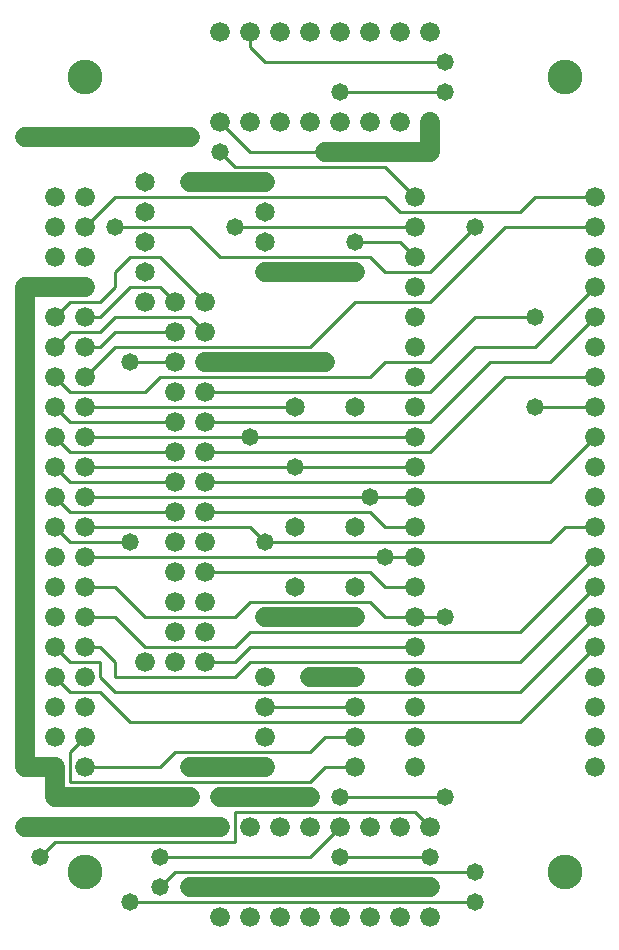
<source format=gbl>
%MOIN*%
%FSLAX25Y25*%
G04 D10 used for Character Trace; *
G04     Circle (OD=.01000) (No hole)*
G04 D11 used for Power Trace; *
G04     Circle (OD=.06700) (No hole)*
G04 D12 used for Signal Trace; *
G04     Circle (OD=.01100) (No hole)*
G04 D13 used for Via; *
G04     Circle (OD=.05800) (Round. Hole ID=.02800)*
G04 D14 used for Component hole; *
G04     Circle (OD=.06500) (Round. Hole ID=.03500)*
G04 D15 used for Component hole; *
G04     Circle (OD=.06600) (Round. Hole ID=.04200)*
G04 D16 used for Component hole; *
G04     Circle (OD=.08200) (Round. Hole ID=.05200)*
G04 D17 used for Component hole; *
G04     Circle (OD=.08950) (Round. Hole ID=.05950)*
G04 D18 used for Component hole; *
G04     Circle (OD=.11600) (Round. Hole ID=.08600)*
G04 D19 used for Component hole; *
G04     Circle (OD=.15500) (Round. Hole ID=.12500)*
G04 D20 used for Component hole; *
G04     Circle (OD=.18200) (Round. Hole ID=.15200)*
G04 D21 used for Component hole; *
G04     Circle (OD=.24300) (Round. Hole ID=.21300)*
%ADD10C,.01000*%
%ADD11C,.06700*%
%ADD12C,.01100*%
%ADD13C,.05800*%
%ADD14C,.06500*%
%ADD15C,.06600*%
%ADD16C,.08200*%
%ADD17C,.08950*%
%ADD18C,.11600*%
%ADD19C,.15500*%
%ADD20C,.18200*%
%ADD21C,.24300*%
%IPPOS*%
%LPD*%
G90*X0Y0D02*D18*X25000Y25000D03*D13*              
X10000Y30000D03*D12*X15000Y35000D01*X75000D01*    
Y45000D01*X135000D01*X140000Y40000D01*D15*D03*D13*
X145000Y50000D03*D12*X110000D01*D13*D03*D15*      
X120000Y40000D03*X100000D03*X115000Y60000D03*D12* 
X105000D01*X100000Y55000D01*X20000D01*Y65000D01*  
X25000Y70000D01*D15*D03*X15000Y80000D03*Y60000D03*
D11*Y50000D01*X60000D01*D13*D03*D15*              
X70000Y40000D03*D11*X5000D01*D13*D03*D15*         
X25000Y60000D03*D12*X50000D01*X55000Y65000D01*    
X100000D01*X105000Y70000D01*X115000D01*D15*D03*   
Y80000D03*D12*X85000D01*D15*D03*D12*              
X35000Y90000D02*X75000D01*X35000D02*Y95000D01*    
X30000Y100000D01*X25000D01*D15*D03*D12*           
X30000Y90000D02*Y95000D01*X35000Y85000D02*        
X30000Y90000D01*X35000Y85000D02*X170000D01*       
X195000Y110000D01*D15*D03*Y120000D03*D12*         
X170000Y95000D01*X80000D01*X75000Y90000D01*       
X65000Y95000D02*X75000D01*D15*X65000D03*          
X55000Y105000D03*D12*X75000Y95000D02*             
X80000Y100000D01*X135000D01*D15*D03*D13*          
X145000Y110000D03*D12*X135000D01*D15*D03*D12*     
X125000D01*X120000Y115000D01*X80000D01*           
X75000Y110000D01*X45000D01*X35000Y120000D01*      
X25000D01*D15*D03*D12*X45000Y100000D02*           
X35000Y110000D01*X45000Y100000D02*X75000D01*      
X80000Y105000D01*X170000D01*X195000Y130000D01*D15*
D03*D12*X180000Y135000D02*X185000Y140000D01*      
X85000Y135000D02*X180000D01*D13*X85000D03*D12*    
X80000Y140000D01*X25000D01*D15*D03*D12*           
X20000Y145000D02*X55000D01*D15*D03*               
X65000Y135000D03*Y155000D03*D12*X180000D01*       
X195000Y170000D01*D15*D03*Y180000D03*D12*         
X175000D01*D13*D03*D12*X140000Y165000D02*         
X165000Y190000D01*X65000Y165000D02*X140000D01*D15*
X65000D03*X55000Y175000D03*D12*X20000D01*         
X15000Y180000D01*D15*D03*D12*X20000Y185000D02*    
X45000D01*X50000Y190000D01*X120000D01*            
X125000Y195000D01*X140000D01*X155000Y210000D01*   
X175000D01*D13*D03*D12*X155000Y200000D02*         
X175000D01*X140000Y185000D02*X155000Y200000D01*   
X65000Y185000D02*X140000D01*D15*X65000D03*        
X55000Y195000D03*D12*X40000D01*D13*D03*D12*       
X25000Y190000D02*X35000Y200000D01*D15*            
X25000Y190000D03*D12*X20000Y185000D02*            
X15000Y190000D01*D15*D03*X25000Y180000D03*D12*    
X95000D01*D14*D03*D13*X105000Y195000D03*D11*      
X65000D01*D15*D03*X55000Y205000D03*D12*X35000D01* 
X30000Y200000D01*X25000D01*D15*D03*D12*           
X20000Y205000D02*X30000D01*X15000Y200000D02*      
X20000Y205000D01*D15*X15000Y200000D03*            
X25000Y210000D03*D12*X30000D01*X40000Y220000D01*  
X50000D01*X55000Y215000D01*D15*D03*D12*           
X65000Y205000D02*X60000Y210000D01*D15*            
X65000Y205000D03*D12*X35000Y210000D02*X60000D01*  
X30000Y205000D02*X35000Y210000D01*Y200000D02*     
X100000D01*X115000Y215000D01*X140000D01*          
X165000Y240000D01*X195000D01*D15*D03*Y250000D03*  
D12*X175000D01*X170000Y245000D01*X130000D01*      
X125000Y250000D01*X35000D01*X25000Y240000D01*D15* 
D03*X15000Y250000D03*Y230000D03*D13*              
X35000Y240000D03*D12*X60000D01*X70000Y230000D01*  
X120000D01*X125000Y225000D01*X140000D01*          
X155000Y240000D01*D13*D03*D15*X135000Y220000D03*  
Y250000D03*D12*X125000Y260000D01*X75000D01*       
X70000Y265000D01*D13*D03*D15*X80000Y275000D03*D13*
X60000Y255000D03*D11*X85000D01*D14*D03*Y245000D03*
D12*X80000Y265000D02*X105000D01*D13*D03*D11*      
X140000D01*Y275000D01*D15*D03*D13*                
X145000Y285000D03*D12*X110000D01*D13*D03*D15*     
X120000Y275000D03*X100000D03*X110000D03*          
X130000Y305000D03*X90000D03*X130000Y275000D03*    
X120000Y305000D03*X110000D03*X100000D03*          
X90000Y275000D03*D12*X85000Y295000D02*X145000D01* 
D13*D03*D15*X140000Y305000D03*D18*                
X185000Y290000D03*D15*X135000Y240000D03*D12*      
X75000D01*D13*D03*D14*X85000Y235000D03*Y225000D03*
D11*X115000D01*D13*D03*Y235000D03*D12*X130000D01* 
X135000Y230000D01*D15*D03*Y210000D03*Y200000D03*  
D12*X140000Y175000D02*X160000Y195000D01*          
X65000Y175000D02*X140000D01*D15*X65000D03*        
X55000Y185000D03*Y165000D03*D12*X20000D01*        
X15000Y170000D01*D15*D03*X25000Y160000D03*D12*    
X95000D01*D13*D03*D12*X135000D01*D15*D03*         
Y170000D03*D12*X80000D01*D13*D03*D12*X25000D01*   
D15*D03*X15000Y160000D03*D12*X20000Y155000D01*    
X55000D01*D15*D03*X65000Y145000D03*D12*X120000D01*
X125000Y140000D01*X135000D01*D15*D03*D13*         
X125000Y130000D03*D12*X25000D01*D15*D03*D12*      
X20000Y135000D02*X40000D01*D13*D03*D15*           
X25000Y150000D03*D12*X120000D01*D13*D03*D12*      
X135000D01*D15*D03*D12*X125000Y130000D02*         
X135000D01*D15*D03*D12*X125000Y120000D02*         
X135000D01*D15*D03*D12*X125000D02*                
X120000Y125000D01*X65000D01*D15*D03*              
X55000Y135000D03*Y115000D03*Y125000D03*           
X65000Y115000D03*D13*X85000Y110000D03*D11*        
X95000D01*D14*D03*D11*X105000D01*D13*D03*D11*     
X115000D01*D14*D03*Y120000D03*D15*                
X135000Y90000D03*D13*X100000D03*D11*X115000D01*   
D15*D03*X135000Y70000D03*Y80000D03*               
X85000Y60000D03*D11*X60000D01*D13*D03*            
X70000Y50000D03*D11*X100000D01*D13*D03*D15*       
X110000Y40000D03*D12*X100000Y30000D01*X50000D01*  
D13*D03*D12*Y20000D02*X55000Y25000D01*D13*        
X50000Y20000D03*D12*X55000Y25000D02*X155000D01*   
D13*D03*Y15000D03*D12*X40000D01*D13*D03*          
X60000Y20000D03*D11*X140000D01*D13*D03*D15*       
X130000Y10000D03*D13*X140000Y30000D03*D12*        
X110000D01*D13*D03*D15*X90000Y10000D03*Y40000D03* 
X100000Y10000D03*X110000D03*X130000Y40000D03*     
X120000Y10000D03*X135000Y60000D03*                
X140000Y10000D03*X80000Y40000D03*Y10000D03*       
X70000D03*X85000Y70000D03*Y90000D03*D12*          
X40000Y75000D02*X170000D01*X40000D02*             
X30000Y85000D01*X20000D01*X15000Y90000D01*D15*D03*
D12*X20000Y95000D02*X30000D01*D15*X25000Y90000D03*
D12*X20000Y95000D02*X15000Y100000D01*D15*D03*     
X25000Y110000D03*D12*X35000D01*D15*               
X45000Y95000D03*X15000Y130000D03*X55000Y95000D03* 
X15000Y120000D03*Y110000D03*D12*X20000Y135000D02* 
X15000Y140000D01*D15*D03*D12*X20000Y145000D02*    
X15000Y150000D01*D15*D03*X65000Y105000D03*        
X15000Y210000D03*D12*X20000Y215000D01*X30000D01*  
X35000Y220000D01*Y225000D01*X40000Y230000D01*     
X50000D01*X65000Y215000D01*D15*D03*D14*           
X45000Y235000D03*Y225000D03*D15*Y215000D03*D14*   
Y245000D03*D15*X25000Y250000D03*Y230000D03*       
Y220000D03*D11*X15000D01*D15*D03*D11*X5000D01*    
Y60000D01*X15000D01*D15*Y70000D03*X25000Y80000D03*
D14*X95000Y140000D03*Y120000D03*X115000Y140000D03*
D15*X135000Y180000D03*D14*X115000D03*D15*         
X135000Y190000D03*D12*X160000Y195000D02*          
X180000D01*X195000Y210000D01*D15*D03*Y220000D03*  
D12*X175000Y200000D01*X165000Y190000D02*          
X195000D01*D15*D03*Y200000D03*Y160000D03*         
Y230000D03*Y150000D03*D12*X185000Y140000D02*      
X195000D01*D15*D03*Y100000D03*D12*                
X170000Y75000D01*D15*X195000Y60000D03*Y70000D03*  
Y80000D03*Y90000D03*D18*X185000Y25000D03*D15*     
X15000Y240000D03*D14*X45000Y255000D03*D12*        
X80000Y265000D02*X70000Y275000D01*D15*D03*D13*    
X60000Y270000D03*D11*X5000D01*D13*D03*D18*        
X25000Y290000D03*D15*X70000Y305000D03*D12*        
X85000Y295000D02*X80000Y300000D01*Y305000D01*D15* 
D03*M02*                                          

</source>
